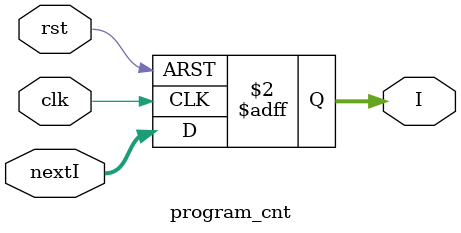
<source format=v>
/*
/////////////////////////////////////////////
//// COA LAB Assignment 6                ////
//// Group Number 23                     ////
//// Ashwani Kumar Kamal (20CS10011)     ////
//// Astitva (20CS30007)                 ////
/////////////////////////////////////////////
*/

`timescale 1ns / 1ps

// Program counter module
    
module program_cnt (
    input [31:0] nextI,
    input clk, 
    input rst,
    output reg [31:0] I
);

    always @(posedge clk or posedge rst) begin
        if (rst) I <= -32'd4;
        else I <= nextI;
    end

endmodule


</source>
